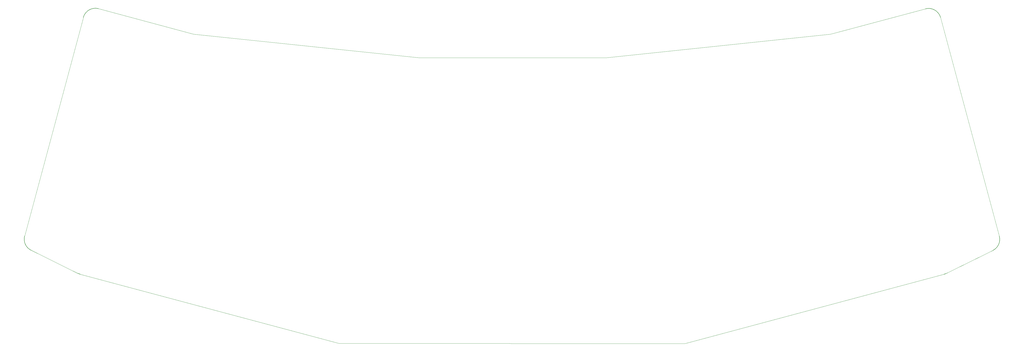
<source format=gm1>
G04 #@! TF.GenerationSoftware,KiCad,Pcbnew,(5.1.10)-1*
G04 #@! TF.CreationDate,2021-09-21T17:17:46+01:00*
G04 #@! TF.ProjectId,superlyra-hs,73757065-726c-4797-9261-2d68732e6b69,0.1*
G04 #@! TF.SameCoordinates,Original*
G04 #@! TF.FileFunction,Profile,NP*
%FSLAX46Y46*%
G04 Gerber Fmt 4.6, Leading zero omitted, Abs format (unit mm)*
G04 Created by KiCad (PCBNEW (5.1.10)-1) date 2021-09-21 17:17:46*
%MOMM*%
%LPD*%
G01*
G04 APERTURE LIST*
G04 #@! TA.AperFunction,Profile*
%ADD10C,0.050000*%
G04 #@! TD*
G04 #@! TA.AperFunction,Profile*
%ADD11C,0.200000*%
G04 #@! TD*
G04 APERTURE END LIST*
D10*
X337600635Y-66772705D02*
X375643114Y-56579253D01*
X247650000Y-76200000D02*
X337600635Y-66772705D01*
X172720000Y-76200000D02*
X247650000Y-76200000D01*
X172720000Y-76200000D02*
X82209365Y-66701636D01*
X44166886Y-56508184D02*
X82209365Y-66701636D01*
X14516257Y-147847322D02*
X38043162Y-60043718D01*
X35865593Y-162887336D02*
X17129753Y-153623467D01*
X140560747Y-191040840D02*
X36787631Y-163234917D01*
X279249253Y-191111909D02*
X140560747Y-191040840D01*
X383022369Y-163305986D02*
X279249253Y-191111909D01*
X402680247Y-153694536D02*
X383944407Y-162958405D01*
X405293743Y-147918391D02*
X381766838Y-60114787D01*
D11*
X381766838Y-60114787D02*
G75*
G03*
X375643114Y-56579253I-4829629J-1294095D01*
G01*
X402680247Y-153694536D02*
G75*
G03*
X405293743Y-147918391I-2216134J4482049D01*
G01*
X383022369Y-163305986D02*
G75*
G03*
X383944407Y-162958405I-1294095J4829629D01*
G01*
X36787631Y-163234917D02*
G75*
G02*
X35865593Y-162887336I1294095J4829629D01*
G01*
X38043162Y-60043718D02*
G75*
G02*
X44166886Y-56508184I4829629J-1294095D01*
G01*
X17129753Y-153623467D02*
G75*
G02*
X14516257Y-147847322I2216134J4482049D01*
G01*
M02*

</source>
